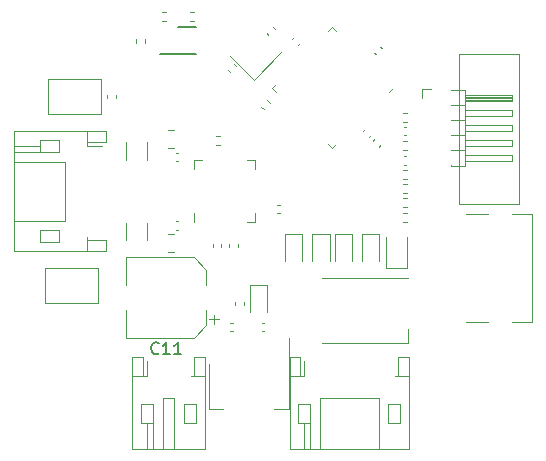
<source format=gbr>
%TF.GenerationSoftware,KiCad,Pcbnew,7.0.6*%
%TF.CreationDate,2024-02-24T16:47:06-05:00*%
%TF.ProjectId,Axis_Basic,41786973-5f42-4617-9369-632e6b696361,rev?*%
%TF.SameCoordinates,Original*%
%TF.FileFunction,Legend,Top*%
%TF.FilePolarity,Positive*%
%FSLAX46Y46*%
G04 Gerber Fmt 4.6, Leading zero omitted, Abs format (unit mm)*
G04 Created by KiCad (PCBNEW 7.0.6) date 2024-02-24 16:47:06*
%MOMM*%
%LPD*%
G01*
G04 APERTURE LIST*
%ADD10C,0.150000*%
%ADD11C,0.120000*%
%ADD12C,0.100000*%
G04 APERTURE END LIST*
D10*
X140357142Y-113709580D02*
X140309523Y-113757200D01*
X140309523Y-113757200D02*
X140166666Y-113804819D01*
X140166666Y-113804819D02*
X140071428Y-113804819D01*
X140071428Y-113804819D02*
X139928571Y-113757200D01*
X139928571Y-113757200D02*
X139833333Y-113661961D01*
X139833333Y-113661961D02*
X139785714Y-113566723D01*
X139785714Y-113566723D02*
X139738095Y-113376247D01*
X139738095Y-113376247D02*
X139738095Y-113233390D01*
X139738095Y-113233390D02*
X139785714Y-113042914D01*
X139785714Y-113042914D02*
X139833333Y-112947676D01*
X139833333Y-112947676D02*
X139928571Y-112852438D01*
X139928571Y-112852438D02*
X140071428Y-112804819D01*
X140071428Y-112804819D02*
X140166666Y-112804819D01*
X140166666Y-112804819D02*
X140309523Y-112852438D01*
X140309523Y-112852438D02*
X140357142Y-112900057D01*
X141309523Y-113804819D02*
X140738095Y-113804819D01*
X141023809Y-113804819D02*
X141023809Y-112804819D01*
X141023809Y-112804819D02*
X140928571Y-112947676D01*
X140928571Y-112947676D02*
X140833333Y-113042914D01*
X140833333Y-113042914D02*
X140738095Y-113090533D01*
X142261904Y-113804819D02*
X141690476Y-113804819D01*
X141976190Y-113804819D02*
X141976190Y-112804819D01*
X141976190Y-112804819D02*
X141880952Y-112947676D01*
X141880952Y-112947676D02*
X141785714Y-113042914D01*
X141785714Y-113042914D02*
X141690476Y-113090533D01*
D11*
%TO.C,Y1*%
X148423223Y-90556676D02*
X150756676Y-88223223D01*
X146443324Y-88576777D02*
X148423223Y-90556676D01*
%TO.C,C18*%
X146269190Y-89778307D02*
X146421693Y-89930810D01*
X146778307Y-89269190D02*
X146930810Y-89421693D01*
%TO.C,C17*%
X149508601Y-86617718D02*
X149661104Y-86770221D01*
X150017718Y-86108601D02*
X150170221Y-86261104D01*
%TO.C,C16*%
X157669190Y-94921693D02*
X157821693Y-94769190D01*
X158178307Y-95430810D02*
X158330810Y-95278307D01*
%TO.C,C15*%
X151821693Y-86969190D02*
X151669190Y-87121693D01*
X152330810Y-87478307D02*
X152178307Y-87630810D01*
%TO.C,C14*%
X158469190Y-95721693D02*
X158621693Y-95569190D01*
X158978307Y-96230810D02*
X159130810Y-96078307D01*
%TO.C,C13*%
X161092164Y-95260000D02*
X161307836Y-95260000D01*
X161092164Y-94540000D02*
X161307836Y-94540000D01*
%TO.C,C12*%
X158569190Y-88278307D02*
X158721693Y-88430810D01*
X159078307Y-87769190D02*
X159230810Y-87921693D01*
%TO.C,U3*%
X155062500Y-86144689D02*
X155398376Y-86480565D01*
X150293065Y-90914124D02*
X149957189Y-91250000D01*
X155062500Y-96355311D02*
X154726624Y-96019435D01*
X149957189Y-91250000D02*
X150293065Y-91585876D01*
X159831935Y-91585876D02*
X160167811Y-91250000D01*
X155398376Y-96019435D02*
X155062500Y-96355311D01*
X154726624Y-86480565D02*
X155062500Y-86144689D01*
%TO.C,C4*%
X144940000Y-104707836D02*
X144940000Y-104492164D01*
X145660000Y-104707836D02*
X145660000Y-104492164D01*
%TO.C,J5*%
X170260000Y-97440000D02*
X166260000Y-97440000D01*
X170260000Y-96920000D02*
X170260000Y-97440000D01*
X170260000Y-96170000D02*
X166260000Y-96170000D01*
X170260000Y-95650000D02*
X170260000Y-96170000D01*
X170260000Y-94900000D02*
X166260000Y-94900000D01*
X170260000Y-94380000D02*
X170260000Y-94900000D01*
X170260000Y-93630000D02*
X166260000Y-93630000D01*
X170260000Y-93110000D02*
X170260000Y-93630000D01*
X170260000Y-92360000D02*
X166260000Y-92360000D01*
X170260000Y-91840000D02*
X170260000Y-92360000D01*
X166260000Y-97875000D02*
X165140000Y-97875000D01*
X166260000Y-96920000D02*
X170260000Y-96920000D01*
X166260000Y-95650000D02*
X170260000Y-95650000D01*
X166260000Y-94380000D02*
X170260000Y-94380000D01*
X166260000Y-93110000D02*
X170260000Y-93110000D01*
X166260000Y-92260000D02*
X170260000Y-92260000D01*
X166260000Y-92140000D02*
X170260000Y-92140000D01*
X166260000Y-92020000D02*
X170260000Y-92020000D01*
X166260000Y-91900000D02*
X170260000Y-91900000D01*
X166260000Y-91840000D02*
X170260000Y-91840000D01*
X166260000Y-91405000D02*
X166260000Y-97875000D01*
X165140000Y-97875000D02*
X165140000Y-97799677D01*
X165140000Y-96545000D02*
X166260000Y-96545000D01*
X165140000Y-96529677D02*
X165140000Y-96560323D01*
X165140000Y-95275000D02*
X166260000Y-95275000D01*
X165140000Y-95259677D02*
X165140000Y-95290323D01*
X165140000Y-94005000D02*
X166260000Y-94005000D01*
X165140000Y-93989677D02*
X165140000Y-94020323D01*
X165140000Y-92735000D02*
X166260000Y-92735000D01*
X165140000Y-92719677D02*
X165140000Y-92750323D01*
X165140000Y-91480323D02*
X165140000Y-91405000D01*
X165140000Y-91405000D02*
X166260000Y-91405000D01*
X162670000Y-92100000D02*
X162670000Y-91340000D01*
X162670000Y-91340000D02*
X163430000Y-91340000D01*
D12*
X165830000Y-88350000D02*
X170830000Y-88350000D01*
X170830000Y-88350000D02*
X170830000Y-101050000D01*
X170830000Y-101050000D02*
X165830000Y-101050000D01*
X165830000Y-101050000D02*
X165830000Y-88350000D01*
D11*
%TO.C,J2*%
X135910000Y-94940000D02*
X128090000Y-94940000D01*
X134310000Y-94940000D02*
X134310000Y-95860000D01*
X128090000Y-94940000D02*
X128090000Y-105060000D01*
X131950000Y-95700000D02*
X130350000Y-95700000D01*
X130350000Y-95700000D02*
X130350000Y-96700000D01*
X135910000Y-95860000D02*
X135910000Y-94940000D01*
X134310000Y-95860000D02*
X135910000Y-95860000D01*
X134310000Y-96140000D02*
X134310000Y-95860000D01*
X134310000Y-96140000D02*
X135525000Y-96140000D01*
X130350000Y-96200000D02*
X128090000Y-96200000D01*
X131950000Y-96700000D02*
X131950000Y-95700000D01*
X130350000Y-96700000D02*
X131950000Y-96700000D01*
X130350000Y-96700000D02*
X128090000Y-96700000D01*
X132450000Y-97500000D02*
X132450000Y-102500000D01*
X128090000Y-97500000D02*
X132450000Y-97500000D01*
X132450000Y-102500000D02*
X128090000Y-102500000D01*
X131950000Y-103300000D02*
X131950000Y-104300000D01*
X130350000Y-103300000D02*
X131950000Y-103300000D01*
X135910000Y-104140000D02*
X134310000Y-104140000D01*
X134310000Y-104140000D02*
X134310000Y-103860000D01*
X131950000Y-104300000D02*
X130350000Y-104300000D01*
X130350000Y-104300000D02*
X130350000Y-103300000D01*
X135910000Y-105060000D02*
X135910000Y-104140000D01*
X134310000Y-105060000D02*
X134310000Y-104140000D01*
X128090000Y-105060000D02*
X135910000Y-105060000D01*
%TO.C,C11*%
X145437500Y-110847500D02*
X144650000Y-110847500D01*
X145043750Y-111241250D02*
X145043750Y-110453750D01*
X144410000Y-106654437D02*
X144410000Y-107940000D01*
X143345563Y-112410000D02*
X137590000Y-112410000D01*
X144410000Y-111345563D02*
X143345563Y-112410000D01*
X144410000Y-106654437D02*
X143345563Y-105590000D01*
X144410000Y-111345563D02*
X144410000Y-110060000D01*
X137590000Y-105590000D02*
X137590000Y-107940000D01*
X137590000Y-112410000D02*
X137590000Y-110060000D01*
X143345563Y-105590000D02*
X137590000Y-105590000D01*
%TO.C,C6*%
X146340000Y-104707836D02*
X146340000Y-104492164D01*
X147060000Y-104707836D02*
X147060000Y-104492164D01*
%TO.C,C3*%
X161092164Y-97040000D02*
X161307836Y-97040000D01*
X161092164Y-97760000D02*
X161307836Y-97760000D01*
%TO.C,R6*%
X161046359Y-96480000D02*
X161353641Y-96480000D01*
X161046359Y-95720000D02*
X161353641Y-95720000D01*
%TO.C,R10*%
X147580000Y-109346359D02*
X147580000Y-109653641D01*
X146820000Y-109346359D02*
X146820000Y-109653641D01*
%TO.C,C1*%
X146412164Y-111140000D02*
X146627836Y-111140000D01*
X146412164Y-111860000D02*
X146627836Y-111860000D01*
%TO.C,D4*%
X159035000Y-103615000D02*
X157565000Y-103615000D01*
X157565000Y-103615000D02*
X157565000Y-105900000D01*
X159035000Y-105900000D02*
X159035000Y-103615000D01*
%TO.C,J4*%
X144260000Y-121860000D02*
X144260000Y-114040000D01*
X144260000Y-115640000D02*
X143340000Y-115640000D01*
X144260000Y-114040000D02*
X143340000Y-114040000D01*
X143500000Y-119600000D02*
X142500000Y-119600000D01*
X143500000Y-118000000D02*
X143500000Y-119600000D01*
X143340000Y-115640000D02*
X143060000Y-115640000D01*
X143340000Y-114040000D02*
X143340000Y-115640000D01*
X142500000Y-119600000D02*
X142500000Y-118000000D01*
X142500000Y-118000000D02*
X143500000Y-118000000D01*
X141700000Y-117500000D02*
X141700000Y-121860000D01*
X140700000Y-121860000D02*
X140700000Y-117500000D01*
X140700000Y-117500000D02*
X141700000Y-117500000D01*
X139900000Y-119600000D02*
X139900000Y-121860000D01*
X139900000Y-119600000D02*
X139900000Y-118000000D01*
X139900000Y-118000000D02*
X138900000Y-118000000D01*
X139400000Y-119600000D02*
X139400000Y-121860000D01*
X139340000Y-115640000D02*
X139340000Y-114425000D01*
X139340000Y-115640000D02*
X139060000Y-115640000D01*
X139060000Y-115640000D02*
X139060000Y-114040000D01*
X139060000Y-114040000D02*
X138140000Y-114040000D01*
X138900000Y-119600000D02*
X139900000Y-119600000D01*
X138900000Y-118000000D02*
X138900000Y-119600000D01*
X138140000Y-121860000D02*
X144260000Y-121860000D01*
X138140000Y-115640000D02*
X139060000Y-115640000D01*
X138140000Y-114040000D02*
X138140000Y-121860000D01*
%TO.C,R11*%
X138420000Y-87453641D02*
X138420000Y-87146359D01*
X139180000Y-87453641D02*
X139180000Y-87146359D01*
%TO.C,D5*%
X149535000Y-107915000D02*
X148065000Y-107915000D01*
X148065000Y-107915000D02*
X148065000Y-110200000D01*
X149535000Y-110200000D02*
X149535000Y-107915000D01*
%TO.C,C5*%
X150392164Y-101140000D02*
X150607836Y-101140000D01*
X150392164Y-101860000D02*
X150607836Y-101860000D01*
%TO.C,R15*%
X137590000Y-97327064D02*
X137590000Y-95872936D01*
X139410000Y-97327064D02*
X139410000Y-95872936D01*
%TO.C,R4*%
X161046359Y-93420000D02*
X161353641Y-93420000D01*
X161046359Y-94180000D02*
X161353641Y-94180000D01*
%TO.C,C9*%
X141661252Y-96335000D02*
X141138748Y-96335000D01*
X141661252Y-94865000D02*
X141138748Y-94865000D01*
%TO.C,R5*%
X161046359Y-98220000D02*
X161353641Y-98220000D01*
X161046359Y-98980000D02*
X161353641Y-98980000D01*
%TO.C,U4*%
X148560000Y-102610000D02*
X147835000Y-102610000D01*
X143340000Y-101885000D02*
X143340000Y-102610000D01*
X148560000Y-101885000D02*
X148560000Y-102610000D01*
X143340000Y-98115000D02*
X143340000Y-97390000D01*
X148560000Y-98115000D02*
X148560000Y-97390000D01*
X143340000Y-97390000D02*
X144065000Y-97390000D01*
X148560000Y-97390000D02*
X147835000Y-97390000D01*
%TO.C,R3*%
X161353641Y-101380000D02*
X161046359Y-101380000D01*
X161353641Y-100620000D02*
X161046359Y-100620000D01*
%TO.C,C8*%
X142007836Y-103260000D02*
X141792164Y-103260000D01*
X142007836Y-102540000D02*
X141792164Y-102540000D01*
%TO.C,R12*%
X143046359Y-84820000D02*
X143353641Y-84820000D01*
X143046359Y-85580000D02*
X143353641Y-85580000D01*
%TO.C,D3*%
X154835000Y-103615000D02*
X153365000Y-103615000D01*
X153365000Y-103615000D02*
X153365000Y-105900000D01*
X154835000Y-105900000D02*
X154835000Y-103615000D01*
%TO.C,R8*%
X145246359Y-95320000D02*
X145553641Y-95320000D01*
X145246359Y-96080000D02*
X145553641Y-96080000D01*
%TO.C,R9*%
X136020000Y-92153641D02*
X136020000Y-91846359D01*
X136780000Y-92153641D02*
X136780000Y-91846359D01*
%TO.C,R1*%
X161046359Y-101820000D02*
X161353641Y-101820000D01*
X161046359Y-102580000D02*
X161353641Y-102580000D01*
%TO.C,D6*%
X156735000Y-103615000D02*
X155265000Y-103615000D01*
X155265000Y-103615000D02*
X155265000Y-105900000D01*
X156735000Y-105900000D02*
X156735000Y-103615000D01*
D12*
%TO.C,SW2*%
X135500000Y-93500000D02*
X131000000Y-93500000D01*
X131000000Y-93500000D02*
X131000000Y-90500000D01*
X131000000Y-90500000D02*
X135500000Y-90500000D01*
X135500000Y-90500000D02*
X135500000Y-93500000D01*
D11*
%TO.C,D7*%
X154150000Y-107350000D02*
X161450000Y-107350000D01*
X154150000Y-112850000D02*
X161450000Y-112850000D01*
X161450000Y-112850000D02*
X161450000Y-111700000D01*
%TO.C,C10*%
X141661252Y-105135000D02*
X141138748Y-105135000D01*
X141661252Y-103665000D02*
X141138748Y-103665000D01*
%TO.C,D1*%
X159650000Y-106510000D02*
X161350000Y-106510000D01*
X159650000Y-106510000D02*
X159650000Y-103850000D01*
X161350000Y-106510000D02*
X161350000Y-103850000D01*
D12*
%TO.C,SW1*%
X135200000Y-109500000D02*
X130700000Y-109500000D01*
X130700000Y-109500000D02*
X130700000Y-106500000D01*
X130700000Y-106500000D02*
X135200000Y-106500000D01*
X135200000Y-106500000D02*
X135200000Y-109500000D01*
D10*
%TO.C,U5*%
X140502082Y-88376472D02*
X143502082Y-88376472D01*
X142002082Y-86126472D02*
X143502082Y-86126472D01*
D11*
%TO.C,U2*%
X151410000Y-112400000D02*
X151410000Y-118410000D01*
X144590000Y-114650000D02*
X144590000Y-118410000D01*
X151410000Y-118410000D02*
X150150000Y-118410000D01*
X144590000Y-118410000D02*
X145850000Y-118410000D01*
%TO.C,D2*%
X152535000Y-103615000D02*
X151065000Y-103615000D01*
X151065000Y-103615000D02*
X151065000Y-105900000D01*
X152535000Y-105900000D02*
X152535000Y-103615000D01*
%TO.C,C2*%
X149092164Y-111140000D02*
X149307836Y-111140000D01*
X149092164Y-111860000D02*
X149307836Y-111860000D01*
%TO.C,C7*%
X142007836Y-97460000D02*
X141792164Y-97460000D01*
X142007836Y-96740000D02*
X141792164Y-96740000D01*
%TO.C,R7*%
X149560060Y-92322659D02*
X149777341Y-92539940D01*
X149022659Y-92860060D02*
X149239940Y-93077341D01*
%TO.C,R13*%
X140953641Y-85580000D02*
X140646359Y-85580000D01*
X140953641Y-84820000D02*
X140646359Y-84820000D01*
%TO.C,R14*%
X137590000Y-102672936D02*
X137590000Y-104127064D01*
X139410000Y-102672936D02*
X139410000Y-104127064D01*
%TO.C,R2*%
X161353641Y-100180000D02*
X161046359Y-100180000D01*
X161353641Y-99420000D02*
X161046359Y-99420000D01*
%TO.C,J3*%
X161560000Y-121860000D02*
X161560000Y-114040000D01*
X161560000Y-115640000D02*
X160640000Y-115640000D01*
X161560000Y-114040000D02*
X160640000Y-114040000D01*
X160800000Y-119600000D02*
X159800000Y-119600000D01*
X160800000Y-118000000D02*
X160800000Y-119600000D01*
X160640000Y-115640000D02*
X160360000Y-115640000D01*
X160640000Y-114040000D02*
X160640000Y-115640000D01*
X159800000Y-119600000D02*
X159800000Y-118000000D01*
X159800000Y-118000000D02*
X160800000Y-118000000D01*
X159000000Y-117500000D02*
X159000000Y-121860000D01*
X154000000Y-121860000D02*
X154000000Y-117500000D01*
X154000000Y-117500000D02*
X159000000Y-117500000D01*
X153200000Y-119600000D02*
X153200000Y-121860000D01*
X153200000Y-119600000D02*
X153200000Y-118000000D01*
X153200000Y-118000000D02*
X152200000Y-118000000D01*
X152700000Y-119600000D02*
X152700000Y-121860000D01*
X152640000Y-115640000D02*
X152640000Y-114425000D01*
X152640000Y-115640000D02*
X152360000Y-115640000D01*
X152360000Y-115640000D02*
X152360000Y-114040000D01*
X152360000Y-114040000D02*
X151440000Y-114040000D01*
X152200000Y-119600000D02*
X153200000Y-119600000D01*
X152200000Y-118000000D02*
X152200000Y-119600000D01*
X151440000Y-121860000D02*
X161560000Y-121860000D01*
X151440000Y-115640000D02*
X152360000Y-115640000D01*
X151440000Y-114040000D02*
X151440000Y-121860000D01*
%TO.C,J1*%
X166350000Y-111080000D02*
X168270000Y-111080000D01*
X171985000Y-111080000D02*
X170280000Y-111080000D01*
X168270000Y-101920000D02*
X166350000Y-101920000D01*
X170280000Y-101920000D02*
X171985000Y-101920000D01*
X171985000Y-101920000D02*
X171985000Y-111080000D01*
%TD*%
M02*

</source>
